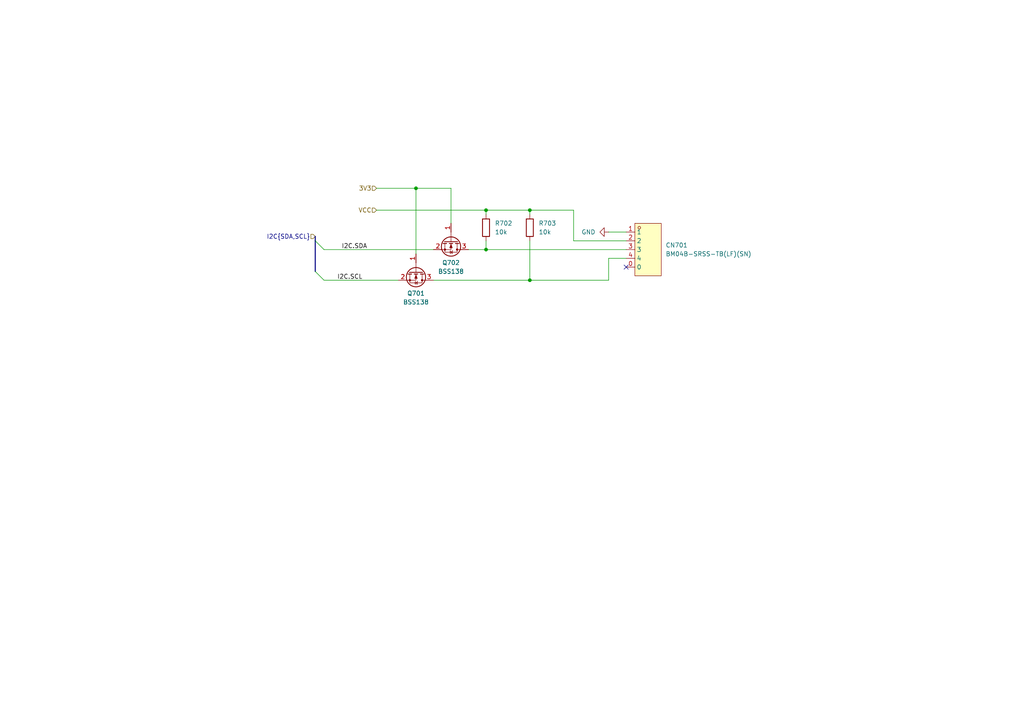
<source format=kicad_sch>
(kicad_sch (version 20250114) (generator "eeschema") (generator_version "9.0")
  (paper "A4")
  (lib_symbols
    (symbol "Device:R" (pin_numbers (hide yes)) (pin_names (offset 0))
      (property "Reference" "R" (at 2.032 0 90))
      (property "Value" "R" (at 0 0 90))
      (symbol "R_0_1"
        (rectangle (start -1.016 -2.54) (end 1.016 2.54) (stroke (width 0.254)))
      )
      (symbol "R_1_1"
        (pin passive line (at 0 3.81 270) (length 1.27) (name "~") (number "1"))
        (pin passive line (at 0 -3.81 90) (length 1.27) (name "~") (number "2"))
      )
    )
    (symbol "Transistor_FET:BSS138" (pin_names (hide yes))
      (property "Reference" "Q" (at 5.08 1.905 0))
      (property "Value" "BSS138" (at 5.08 0 0))
      (symbol "BSS138_0_1"
        (polyline (pts (xy 0.254 1.905) (xy 0.254 -1.905)) (stroke (width 0.254)))
        (polyline (pts (xy 0.254 0) (xy -2.54 0)))
        (polyline (pts (xy 0.762 2.286) (xy 0.762 1.27)) (stroke (width 0.254)))
        (polyline (pts (xy 0.762 0.508) (xy 0.762 -0.508)) (stroke (width 0.254)))
        (polyline (pts (xy 0.762 -1.27) (xy 0.762 -2.286)) (stroke (width 0.254)))
        (polyline (pts (xy 0.762 -1.778) (xy 3.302 -1.778) (xy 3.302 1.778) (xy 0.762 1.778)))
        (polyline (pts (xy 1.016 0) (xy 2.032 0.381) (xy 2.032 -0.381) (xy 1.016 0)) (fill (type outline)))
        (circle (center 1.651 0) (radius 2.794) (stroke (width 0.254)))
        (polyline (pts (xy 2.54 2.54) (xy 2.54 1.778)))
        (circle (center 2.54 1.778) (radius 0.254) (fill (type outline)))
        (circle (center 2.54 -1.778) (radius 0.254) (fill (type outline)))
        (polyline (pts (xy 2.54 -2.54) (xy 2.54 0) (xy 0.762 0)))
        (polyline (pts (xy 2.794 0.508) (xy 2.921 0.381) (xy 3.683 0.381) (xy 3.81 0.254)))
        (polyline (pts (xy 3.302 0.381) (xy 2.921 -0.254) (xy 3.683 -0.254) (xy 3.302 0.381)))
      )
      (symbol "BSS138_1_1"
        (pin input line (at -5.08 0 0) (length 2.54) (name "G") (number "1"))
        (pin passive line (at 2.54 5.08 270) (length 2.54) (name "D") (number "3"))
        (pin passive line (at 2.54 -5.08 90) (length 2.54) (name "S") (number "2"))
      )
    )
    (symbol "easyeda2kicad:BM04B-SRSS-TB(LF)(SN)"
      (property "Reference" "CN" (at 0 10.16 0))
      (property "Value" "BM04B-SRSS-TB(LF)(SN)" (at 0 -10.16 0))
      (symbol "BM04B-SRSS-TB(LF)(SN)_0_1"
        (rectangle (start -2.54 7.62) (end 5.08 -7.62) (fill (type background)))
        (circle (center -1.27 6.35) (radius 0.38))
        (pin unspecified line (at -5.08 5.08 0) (length 2.54) (name "1") (number "1"))
        (pin unspecified line (at -5.08 2.54 0) (length 2.54) (name "2") (number "2"))
        (pin unspecified line (at -5.08 0 0) (length 2.54) (name "3") (number "3"))
        (pin unspecified line (at -5.08 -2.54 0) (length 2.54) (name "4") (number "4"))
        (pin unspecified line (at -5.08 -5.08 0) (length 2.54) (name "0") (number "0"))
      )
    )
    (symbol "power:GND" (power) (pin_numbers (hide yes)) (pin_names (offset 0) (hide yes))
      (property "Value" "GND" (at 0 -3.81 0))
      (symbol "GND_0_1"
        (polyline (pts (xy 0 0) (xy 0 -1.27) (xy 1.27 -1.27) (xy 0 -2.54) (xy -1.27 -1.27) (xy 0 -1.27)))
      )
      (symbol "GND_1_1"
        (pin power_in line (at 0 0 270) (length 0) (name "~") (number "1"))
      )
    )
  )
  (junction (at 120.65 54.61))
  (junction (at 153.67 81.28))
  (junction (at 140.97 60.96))
  (junction (at 140.97 72.39))
  (junction (at 153.67 60.96))
  (no_connect (at 181.61 77.47))
  (bus_entry (at 91.44 69.85) (size 2.54 2.54))
  (bus_entry (at 91.44 78.74) (size 2.54 2.54))
  (wire (pts (xy 153.67 69.85) (xy 153.67 81.28)))
  (bus (pts (xy 91.44 69.85) (xy 91.44 78.74)))
  (wire (pts (xy 153.67 60.96) (xy 153.67 62.23)))
  (wire (pts (xy 140.97 60.96) (xy 153.67 60.96)))
  (wire (pts (xy 93.98 72.39) (xy 125.73 72.39)))
  (wire (pts (xy 135.89 72.39) (xy 140.97 72.39)))
  (wire (pts (xy 120.65 54.61) (xy 109.22 54.61)))
  (bus (pts (xy 91.44 68.58) (xy 91.44 69.85)))
  (wire (pts (xy 166.37 69.85) (xy 181.61 69.85)))
  (wire (pts (xy 120.65 73.66) (xy 120.65 54.61)))
  (wire (pts (xy 130.81 64.77) (xy 130.81 54.61)))
  (wire (pts (xy 140.97 60.96) (xy 140.97 62.23)))
  (wire (pts (xy 153.67 81.28) (xy 176.53 81.28)))
  (wire (pts (xy 125.73 81.28) (xy 153.67 81.28)))
  (wire (pts (xy 140.97 69.85) (xy 140.97 72.39)))
  (wire (pts (xy 130.81 54.61) (xy 120.65 54.61)))
  (wire (pts (xy 176.53 81.28) (xy 176.53 74.93)))
  (wire (pts (xy 93.98 81.28) (xy 115.57 81.28)))
  (wire (pts (xy 109.22 60.96) (xy 140.97 60.96)))
  (wire (pts (xy 166.37 60.96) (xy 166.37 69.85)))
  (wire (pts (xy 140.97 72.39) (xy 181.61 72.39)))
  (wire (pts (xy 176.53 74.93) (xy 181.61 74.93)))
  (wire (pts (xy 176.53 67.31) (xy 181.61 67.31)))
  (wire (pts (xy 153.67 60.96) (xy 166.37 60.96)))
  (label "I2C.SDA" (at 99.06 72.39 0))
  (label "I2C.SCL" (at 97.79 81.28 0))
  (hierarchical_label "3V3" (shape input) (at 109.22 54.61 180))
  (hierarchical_label "I2C{SDA,SCL}" (shape input) (at 91.44 68.58 180))
  (hierarchical_label "VCC" (shape input) (at 109.22 60.96 180))
  (symbol (lib_id "easyeda2kicad:BM04B-SRSS-TB(LF)(SN)") (at 186.69 72.39 0) (unit 1)
    (property "Reference" "CN701" (at 193.04 71.1199 0) (effects (justify left)))
    (property "Value" "BM04B-SRSS-TB(LF)(SN)" (at 193.04 73.6599 0) (effects (justify left)))
    (property "Footprint" "easyeda2kicad:CONN-SMD_BM04B-SRSS-TB" (effects (hide yes)))
    (property "Datasheet" "https://lcsc.com/product-detail/Others_JST-Sales-America__JST-Sales-America-BM04B-SRSS-TB-LF-SN_C160390.html" (effects (hide yes)))
    (property "LCSC Part" "C160390" (effects (hide yes)))
  )
  (symbol (lib_id "power:GND") (at 176.53 67.31 270) (unit 1)
    (property "Reference" "#PWR0701" (effects (hide yes)))
    (property "Value" "GND" (at 172.72 67.3099 90) (effects (justify right)))
    (property "Description" "Power symbol creates a global label with name \"GND\" , ground" (effects (hide yes)))
  )
  (symbol (lib_id "Device:R") (at 153.67 66.04 0) (unit 1)
    (property "Reference" "R703" (at 156.21 64.7699 0) (effects (justify left)))
    (property "Value" "10k" (at 156.21 67.3099 0) (effects (justify left)))
    (property "Footprint" "Resistor_SMD:R_0603_1608Metric" (effects (hide yes)))
    (property "Description" "Resistor" (effects (hide yes)))
  )
  (symbol (lib_id "Device:R") (at 140.97 66.04 0) (unit 1)
    (property "Reference" "R702" (at 143.51 64.7699 0) (effects (justify left)))
    (property "Value" "10k" (at 143.51 67.3099 0) (effects (justify left)))
    (property "Footprint" "Resistor_SMD:R_0603_1608Metric" (effects (hide yes)))
    (property "Description" "Resistor" (effects (hide yes)))
  )
  (symbol (lib_id "Transistor_FET:BSS138") (at 120.65 78.74 270) (unit 1)
    (property "Reference" "Q701" (at 120.65 85.09 90))
    (property "Value" "BSS138" (at 120.65 87.63 90))
    (property "Footprint" "Package_TO_SOT_SMD:SOT-23" (effects (hide yes)))
    (property "Datasheet" "https://www.onsemi.com/pub/Collateral/BSS138-D.PDF" (effects (hide yes)))
    (property "Description" "50V Vds, 0.22A Id, N-Channel MOSFET, SOT-23" (effects (hide yes)))
  )
  (symbol (lib_id "Transistor_FET:BSS138") (at 130.81 69.85 270) (unit 1)
    (property "Reference" "Q702" (at 130.81 76.2 90))
    (property "Value" "BSS138" (at 130.81 78.74 90))
    (property "Footprint" "Package_TO_SOT_SMD:SOT-23" (effects (hide yes)))
    (property "Datasheet" "https://www.onsemi.com/pub/Collateral/BSS138-D.PDF" (effects (hide yes)))
    (property "Description" "50V Vds, 0.22A Id, N-Channel MOSFET, SOT-23" (effects (hide yes)))
  )
)
</source>
